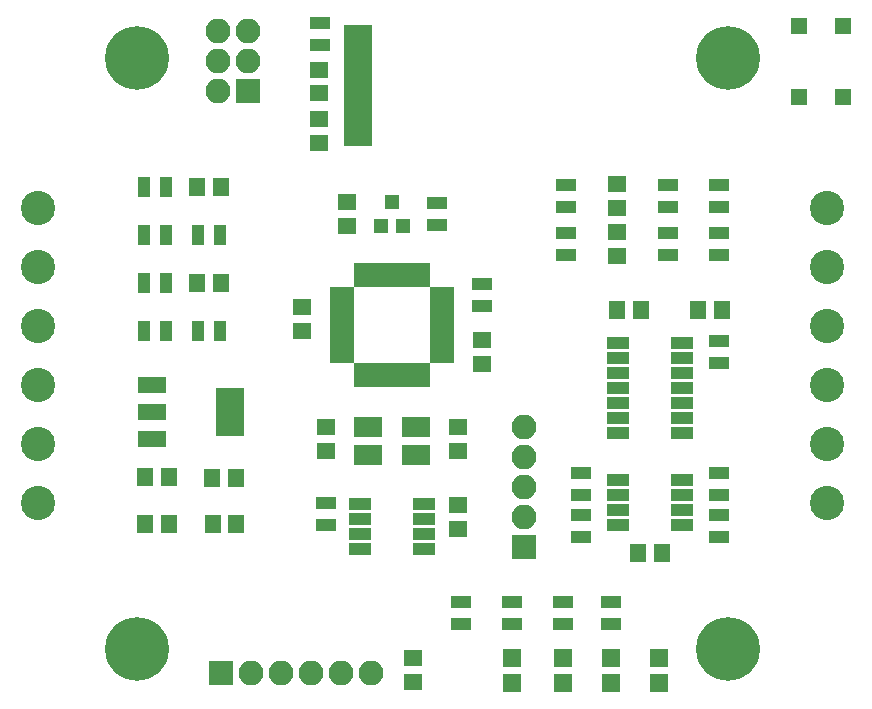
<source format=gts>
G04 #@! TF.FileFunction,Soldermask,Top*
%FSLAX46Y46*%
G04 Gerber Fmt 4.6, Leading zero omitted, Abs format (unit mm)*
G04 Created by KiCad (PCBNEW 4.0.5) date Wednesday, 08 March 2017 'PMt' 22:20:01*
%MOMM*%
%LPD*%
G01*
G04 APERTURE LIST*
%ADD10C,0.100000*%
%ADD11R,2.000000X0.950000*%
%ADD12R,0.950000X2.000000*%
%ADD13R,2.400000X1.700000*%
%ADD14R,1.400760X1.400760*%
%ADD15R,2.432000X4.057600*%
%ADD16R,2.432000X1.416000*%
%ADD17R,1.400000X1.650000*%
%ADD18R,1.700000X1.100000*%
%ADD19R,1.650000X1.400000*%
%ADD20R,1.200000X1.300000*%
%ADD21R,1.900000X1.000000*%
%ADD22C,5.400000*%
%ADD23R,2.400000X1.400000*%
%ADD24R,2.100000X2.100000*%
%ADD25O,2.100000X2.100000*%
%ADD26R,1.598880X1.598880*%
%ADD27R,1.100000X1.700000*%
%ADD28C,2.900000*%
%ADD29R,1.950000X1.000000*%
G04 APERTURE END LIST*
D10*
D11*
X189298000Y-66796000D03*
X189298000Y-67596000D03*
X189298000Y-68396000D03*
X189298000Y-69196000D03*
X189298000Y-69996000D03*
X189298000Y-70796000D03*
X189298000Y-71596000D03*
X189298000Y-72396000D03*
D12*
X190748000Y-73846000D03*
X191548000Y-73846000D03*
X192348000Y-73846000D03*
X193148000Y-73846000D03*
X193948000Y-73846000D03*
X194748000Y-73846000D03*
X195548000Y-73846000D03*
X196348000Y-73846000D03*
D11*
X197798000Y-72396000D03*
X197798000Y-71596000D03*
X197798000Y-70796000D03*
X197798000Y-69996000D03*
X197798000Y-69196000D03*
X197798000Y-68396000D03*
X197798000Y-67596000D03*
X197798000Y-66796000D03*
D12*
X196348000Y-65346000D03*
X195548000Y-65346000D03*
X194748000Y-65346000D03*
X193948000Y-65346000D03*
X193148000Y-65346000D03*
X192348000Y-65346000D03*
X191548000Y-65346000D03*
X190748000Y-65346000D03*
D13*
X191548000Y-80575000D03*
X195548000Y-80575000D03*
X195548000Y-78175000D03*
X191548000Y-78175000D03*
D14*
X228020880Y-50243740D03*
X231719120Y-44244260D03*
X231719120Y-50243740D03*
X228020880Y-44244260D03*
D15*
X179832000Y-76898500D03*
D16*
X173228000Y-76898500D03*
X173228000Y-79184500D03*
X173228000Y-74612500D03*
D17*
X219472000Y-68326000D03*
X221472000Y-68326000D03*
X212614000Y-68326000D03*
X214614000Y-68326000D03*
D18*
X209550000Y-85664000D03*
X209550000Y-87564000D03*
X209550000Y-82108000D03*
X209550000Y-84008000D03*
X221234000Y-84008000D03*
X221234000Y-82108000D03*
X221234000Y-87564000D03*
X221234000Y-85664000D03*
D19*
X185928000Y-70088000D03*
X185928000Y-68088000D03*
X201168000Y-72882000D03*
X201168000Y-70882000D03*
X195326000Y-99806000D03*
X195326000Y-97806000D03*
X187960000Y-78248000D03*
X187960000Y-80248000D03*
X199136000Y-78248000D03*
X199136000Y-80248000D03*
X187388000Y-49958500D03*
X187388000Y-47958500D03*
X189738000Y-59198000D03*
X189738000Y-61198000D03*
X212598000Y-59674000D03*
X212598000Y-57674000D03*
X212598000Y-61738000D03*
X212598000Y-63738000D03*
D17*
X178324000Y-82486500D03*
X180324000Y-82486500D03*
X172672000Y-86423500D03*
X174672000Y-86423500D03*
D18*
X201168000Y-68006000D03*
X201168000Y-66106000D03*
X216916000Y-59624000D03*
X216916000Y-57724000D03*
X221234000Y-59624000D03*
X221234000Y-57724000D03*
X216916000Y-61788000D03*
X216916000Y-63688000D03*
X221234000Y-63688000D03*
X221234000Y-61788000D03*
D20*
X192598000Y-61198000D03*
X194498000Y-61198000D03*
X193548000Y-59198000D03*
D21*
X212692000Y-71120000D03*
X212692000Y-72390000D03*
X212692000Y-73660000D03*
X212692000Y-74930000D03*
X212692000Y-76200000D03*
X212692000Y-77470000D03*
X212692000Y-78740000D03*
X218092000Y-78740000D03*
X218092000Y-77470000D03*
X218092000Y-76200000D03*
X218092000Y-74930000D03*
X218092000Y-73660000D03*
X218092000Y-72390000D03*
X218092000Y-71120000D03*
D18*
X221234000Y-70932000D03*
X221234000Y-72832000D03*
D19*
X187388000Y-52149500D03*
X187388000Y-54149500D03*
D17*
X178388000Y-86423500D03*
X180388000Y-86423500D03*
X172672000Y-82423000D03*
X174672000Y-82423000D03*
D18*
X197358000Y-61148000D03*
X197358000Y-59248000D03*
D17*
X216392000Y-88900000D03*
X214392000Y-88900000D03*
D22*
X222000000Y-47000000D03*
X172000000Y-97000000D03*
X172000000Y-47000000D03*
X222000000Y-97000000D03*
D18*
X187452000Y-44008000D03*
X187452000Y-45908000D03*
D23*
X190690000Y-44876000D03*
X190690000Y-46146000D03*
X190690000Y-47416000D03*
X190690000Y-48686000D03*
X190690000Y-49956000D03*
X190690000Y-51226000D03*
X190690000Y-52496000D03*
X190690000Y-53766000D03*
D24*
X181356000Y-49784000D03*
D25*
X178816000Y-49784000D03*
X181356000Y-47244000D03*
X178816000Y-47244000D03*
X181356000Y-44704000D03*
X178816000Y-44704000D03*
D24*
X179070000Y-99060000D03*
D25*
X181610000Y-99060000D03*
X184150000Y-99060000D03*
X186690000Y-99060000D03*
X189230000Y-99060000D03*
X191770000Y-99060000D03*
D18*
X199390000Y-93030000D03*
X199390000Y-94930000D03*
X203708000Y-93030000D03*
X203708000Y-94930000D03*
X208026000Y-93030000D03*
X208026000Y-94930000D03*
D26*
X203708000Y-99855020D03*
X203708000Y-97756980D03*
X208026000Y-99855020D03*
X208026000Y-97756980D03*
X212090000Y-99855020D03*
X212090000Y-97756980D03*
X216154000Y-99855020D03*
X216154000Y-97756980D03*
D18*
X212090000Y-93030000D03*
X212090000Y-94930000D03*
D17*
X177054000Y-57912000D03*
X179054000Y-57912000D03*
D27*
X172532000Y-61976000D03*
X174432000Y-61976000D03*
X172532000Y-57912000D03*
X174432000Y-57912000D03*
X179004000Y-61976000D03*
X177104000Y-61976000D03*
D17*
X177054000Y-66040000D03*
X179054000Y-66040000D03*
D27*
X172532000Y-70104000D03*
X174432000Y-70104000D03*
X172532000Y-66040000D03*
X174432000Y-66040000D03*
X179004000Y-70104000D03*
X177104000Y-70104000D03*
D28*
X163576000Y-84636000D03*
X163576000Y-79636000D03*
X163576000Y-74636000D03*
X163576000Y-69636000D03*
X163576000Y-59636000D03*
X163576000Y-64636000D03*
X230378000Y-59636000D03*
X230378000Y-64636000D03*
X230378000Y-69636000D03*
X230378000Y-74636000D03*
X230378000Y-84636000D03*
X230378000Y-79636000D03*
D19*
X199136000Y-86852000D03*
X199136000Y-84852000D03*
D18*
X187960000Y-86548000D03*
X187960000Y-84648000D03*
D29*
X190848000Y-84709000D03*
X190848000Y-85979000D03*
X190848000Y-87249000D03*
X190848000Y-88519000D03*
X196248000Y-88519000D03*
X196248000Y-87249000D03*
X196248000Y-85979000D03*
X196248000Y-84709000D03*
D18*
X208280000Y-57724000D03*
X208280000Y-59624000D03*
X208280000Y-63688000D03*
X208280000Y-61788000D03*
D29*
X212692000Y-82677000D03*
X212692000Y-83947000D03*
X212692000Y-85217000D03*
X212692000Y-86487000D03*
X218092000Y-86487000D03*
X218092000Y-85217000D03*
X218092000Y-83947000D03*
X218092000Y-82677000D03*
D24*
X204724000Y-88392000D03*
D25*
X204724000Y-85852000D03*
X204724000Y-83312000D03*
X204724000Y-80772000D03*
X204724000Y-78232000D03*
M02*

</source>
